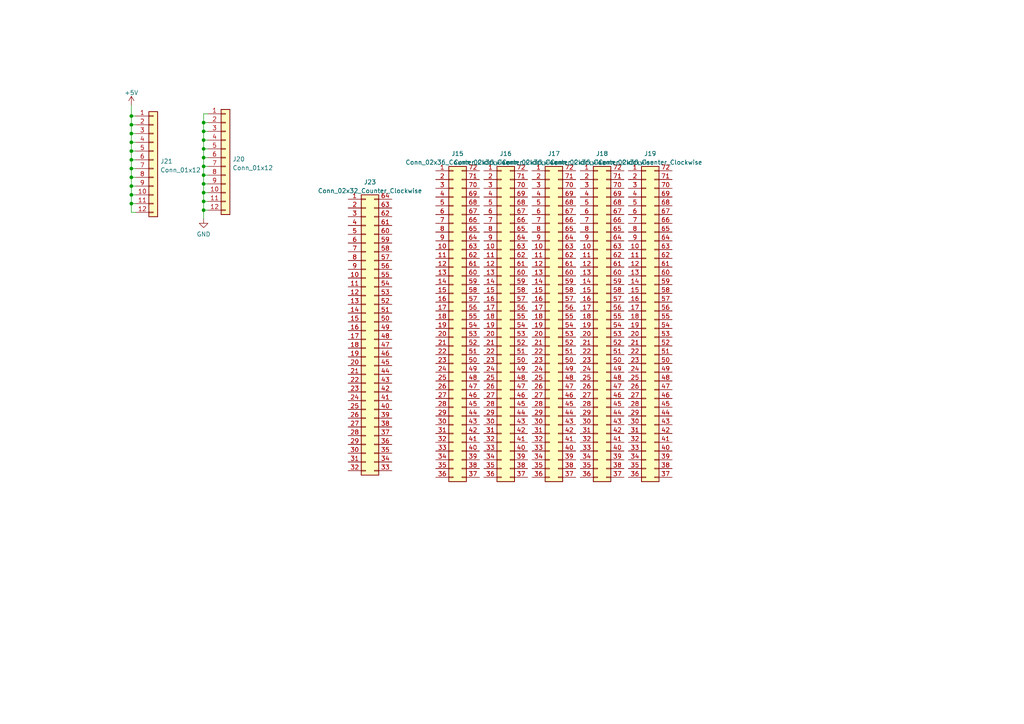
<source format=kicad_sch>
(kicad_sch (version 20230121) (generator eeschema)
  (paper "A4")
  (title_block (title "Unicomp v2 - empty Board") (date "2023-07-06") (rev "v1.1.") (company "100% Offner") (comment 1 "v1: Initial"))
  (lib_symbols
    (symbol "Connector_Generic:Conn_01x12" (pin_names (offset 1.016) hide)
      (property "Reference" "J" (at 0 15.24 0))
      (property "Value" "Conn_01x12" (at 0 -17.78 0))
      (symbol "Conn_01x12_1_1"
        (rectangle (start -1.27 -15.113) (end 0 -15.367) (stroke (width 0.1524)))
        (rectangle (start -1.27 -12.573) (end 0 -12.827) (stroke (width 0.1524)))
        (rectangle (start -1.27 -10.033) (end 0 -10.287) (stroke (width 0.1524)))
        (rectangle (start -1.27 -7.493) (end 0 -7.747) (stroke (width 0.1524)))
        (rectangle (start -1.27 -4.953) (end 0 -5.207) (stroke (width 0.1524)))
        (rectangle (start -1.27 -2.413) (end 0 -2.667) (stroke (width 0.1524)))
        (rectangle (start -1.27 0.127) (end 0 -0.127) (stroke (width 0.1524)))
        (rectangle (start -1.27 2.667) (end 0 2.413) (stroke (width 0.1524)))
        (rectangle (start -1.27 5.207) (end 0 4.953) (stroke (width 0.1524)))
        (rectangle (start -1.27 7.747) (end 0 7.493) (stroke (width 0.1524)))
        (rectangle (start -1.27 10.287) (end 0 10.033) (stroke (width 0.1524)))
        (rectangle (start -1.27 12.827) (end 0 12.573) (stroke (width 0.1524)))
        (rectangle (start -1.27 13.97) (end 1.27 -16.51) (stroke (width 0.254)) (fill (type background)))
        (pin passive line (at -5.08 12.7 0) (length 3.81) (name "Pin_1") (number "1"))
        (pin passive line (at -5.08 -10.16 0) (length 3.81) (name "Pin_10") (number "10"))
        (pin passive line (at -5.08 -12.7 0) (length 3.81) (name "Pin_11") (number "11"))
        (pin passive line (at -5.08 -15.24 0) (length 3.81) (name "Pin_12") (number "12"))
        (pin passive line (at -5.08 10.16 0) (length 3.81) (name "Pin_2") (number "2"))
        (pin passive line (at -5.08 7.62 0) (length 3.81) (name "Pin_3") (number "3"))
        (pin passive line (at -5.08 5.08 0) (length 3.81) (name "Pin_4") (number "4"))
        (pin passive line (at -5.08 2.54 0) (length 3.81) (name "Pin_5") (number "5"))
        (pin passive line (at -5.08 0 0) (length 3.81) (name "Pin_6") (number "6"))
        (pin passive line (at -5.08 -2.54 0) (length 3.81) (name "Pin_7") (number "7"))
        (pin passive line (at -5.08 -5.08 0) (length 3.81) (name "Pin_8") (number "8"))
        (pin passive line (at -5.08 -7.62 0) (length 3.81) (name "Pin_9") (number "9"))
      )
    )
    (symbol "Connector_Generic:Conn_02x32_Counter_Clockwise" (pin_names (offset 1.016) hide)
      (property "Reference" "J" (at 1.27 40.64 0))
      (property "Value" "Conn_02x32_Counter_Clockwise" (at 1.27 -43.18 0))
      (symbol "Conn_02x32_Counter_Clockwise_1_1"
        (rectangle (start -1.27 -40.513) (end 0 -40.767) (stroke (width 0.1524)))
        (rectangle (start -1.27 -37.973) (end 0 -38.227) (stroke (width 0.1524)))
        (rectangle (start -1.27 -35.433) (end 0 -35.687) (stroke (width 0.1524)))
        (rectangle (start -1.27 -32.893) (end 0 -33.147) (stroke (width 0.1524)))
        (rectangle (start -1.27 -30.353) (end 0 -30.607) (stroke (width 0.1524)))
        (rectangle (start -1.27 -27.813) (end 0 -28.067) (stroke (width 0.1524)))
        (rectangle (start -1.27 -25.273) (end 0 -25.527) (stroke (width 0.1524)))
        (rectangle (start -1.27 -22.733) (end 0 -22.987) (stroke (width 0.1524)))
        (rectangle (start -1.27 -20.193) (end 0 -20.447) (stroke (width 0.1524)))
        (rectangle (start -1.27 -17.653) (end 0 -17.907) (stroke (width 0.1524)))
        (rectangle (start -1.27 -15.113) (end 0 -15.367) (stroke (width 0.1524)))
        (rectangle (start -1.27 -12.573) (end 0 -12.827) (stroke (width 0.1524)))
        (rectangle (start -1.27 -10.033) (end 0 -10.287) (stroke (width 0.1524)))
        (rectangle (start -1.27 -7.493) (end 0 -7.747) (stroke (width 0.1524)))
        (rectangle (start -1.27 -4.953) (end 0 -5.207) (stroke (width 0.1524)))
        (rectangle (start -1.27 -2.413) (end 0 -2.667) (stroke (width 0.1524)))
        (rectangle (start -1.27 0.127) (end 0 -0.127) (stroke (width 0.1524)))
        (rectangle (start -1.27 2.667) (end 0 2.413) (stroke (width 0.1524)))
        (rectangle (start -1.27 5.207) (end 0 4.953) (stroke (width 0.1524)))
        (rectangle (start -1.27 7.747) (end 0 7.493) (stroke (width 0.1524)))
        (rectangle (start -1.27 10.287) (end 0 10.033) (stroke (width 0.1524)))
        (rectangle (start -1.27 12.827) (end 0 12.573) (stroke (width 0.1524)))
        (rectangle (start -1.27 15.367) (end 0 15.113) (stroke (width 0.1524)))
        (rectangle (start -1.27 17.907) (end 0 17.653) (stroke (width 0.1524)))
        (rectangle (start -1.27 20.447) (end 0 20.193) (stroke (width 0.1524)))
        (rectangle (start -1.27 22.987) (end 0 22.733) (stroke (width 0.1524)))
        (rectangle (start -1.27 25.527) (end 0 25.273) (stroke (width 0.1524)))
        (rectangle (start -1.27 28.067) (end 0 27.813) (stroke (width 0.1524)))
        (rectangle (start -1.27 30.607) (end 0 30.353) (stroke (width 0.1524)))
        (rectangle (start -1.27 33.147) (end 0 32.893) (stroke (width 0.1524)))
        (rectangle (start -1.27 35.687) (end 0 35.433) (stroke (width 0.1524)))
        (rectangle (start -1.27 38.227) (end 0 37.973) (stroke (width 0.1524)))
        (rectangle (start -1.27 39.37) (end 3.81 -41.91) (stroke (width 0.254)) (fill (type background)))
        (rectangle (start 3.81 -40.513) (end 2.54 -40.767) (stroke (width 0.1524)))
        (rectangle (start 3.81 -37.973) (end 2.54 -38.227) (stroke (width 0.1524)))
        (rectangle (start 3.81 -35.433) (end 2.54 -35.687) (stroke (width 0.1524)))
        (rectangle (start 3.81 -32.893) (end 2.54 -33.147) (stroke (width 0.1524)))
        (rectangle (start 3.81 -30.353) (end 2.54 -30.607) (stroke (width 0.1524)))
        (rectangle (start 3.81 -27.813) (end 2.54 -28.067) (stroke (width 0.1524)))
        (rectangle (start 3.81 -25.273) (end 2.54 -25.527) (stroke (width 0.1524)))
        (rectangle (start 3.81 -22.733) (end 2.54 -22.987) (stroke (width 0.1524)))
        (rectangle (start 3.81 -20.193) (end 2.54 -20.447) (stroke (width 0.1524)))
        (rectangle (start 3.81 -17.653) (end 2.54 -17.907) (stroke (width 0.1524)))
        (rectangle (start 3.81 -15.113) (end 2.54 -15.367) (stroke (width 0.1524)))
        (rectangle (start 3.81 -12.573) (end 2.54 -12.827) (stroke (width 0.1524)))
        (rectangle (start 3.81 -10.033) (end 2.54 -10.287) (stroke (width 0.1524)))
        (rectangle (start 3.81 -7.493) (end 2.54 -7.747) (stroke (width 0.1524)))
        (rectangle (start 3.81 -4.953) (end 2.54 -5.207) (stroke (width 0.1524)))
        (rectangle (start 3.81 -2.413) (end 2.54 -2.667) (stroke (width 0.1524)))
        (rectangle (start 3.81 0.127) (end 2.54 -0.127) (stroke (width 0.1524)))
        (rectangle (start 3.81 2.667) (end 2.54 2.413) (stroke (width 0.1524)))
        (rectangle (start 3.81 5.207) (end 2.54 4.953) (stroke (width 0.1524)))
        (rectangle (start 3.81 7.747) (end 2.54 7.493) (stroke (width 0.1524)))
        (rectangle (start 3.81 10.287) (end 2.54 10.033) (stroke (width 0.1524)))
        (rectangle (start 3.81 12.827) (end 2.54 12.573) (stroke (width 0.1524)))
        (rectangle (start 3.81 15.367) (end 2.54 15.113) (stroke (width 0.1524)))
        (rectangle (start 3.81 17.907) (end 2.54 17.653) (stroke (width 0.1524)))
        (rectangle (start 3.81 20.447) (end 2.54 20.193) (stroke (width 0.1524)))
        (rectangle (start 3.81 22.987) (end 2.54 22.733) (stroke (width 0.1524)))
        (rectangle (start 3.81 25.527) (end 2.54 25.273) (stroke (width 0.1524)))
        (rectangle (start 3.81 28.067) (end 2.54 27.813) (stroke (width 0.1524)))
        (rectangle (start 3.81 30.607) (end 2.54 30.353) (stroke (width 0.1524)))
        (rectangle (start 3.81 33.147) (end 2.54 32.893) (stroke (width 0.1524)))
        (rectangle (start 3.81 35.687) (end 2.54 35.433) (stroke (width 0.1524)))
        (rectangle (start 3.81 38.227) (end 2.54 37.973) (stroke (width 0.1524)))
        (pin passive line (at -5.08 38.1 0) (length 3.81) (name "Pin_1") (number "1"))
        (pin passive line (at -5.08 15.24 0) (length 3.81) (name "Pin_10") (number "10"))
        (pin passive line (at -5.08 12.7 0) (length 3.81) (name "Pin_11") (number "11"))
        (pin passive line (at -5.08 10.16 0) (length 3.81) (name "Pin_12") (number "12"))
        (pin passive line (at -5.08 7.62 0) (length 3.81) (name "Pin_13") (number "13"))
        (pin passive line (at -5.08 5.08 0) (length 3.81) (name "Pin_14") (number "14"))
        (pin passive line (at -5.08 2.54 0) (length 3.81) (name "Pin_15") (number "15"))
        (pin passive line (at -5.08 0 0) (length 3.81) (name "Pin_16") (number "16"))
        (pin passive line (at -5.08 -2.54 0) (length 3.81) (name "Pin_17") (number "17"))
        (pin passive line (at -5.08 -5.08 0) (length 3.81) (name "Pin_18") (number "18"))
        (pin passive line (at -5.08 -7.62 0) (length 3.81) (name "Pin_19") (number "19"))
        (pin passive line (at -5.08 35.56 0) (length 3.81) (name "Pin_2") (number "2"))
        (pin passive line (at -5.08 -10.16 0) (length 3.81) (name "Pin_20") (number "20"))
        (pin passive line (at -5.08 -12.7 0) (length 3.81) (name "Pin_21") (number "21"))
        (pin passive line (at -5.08 -15.24 0) (length 3.81) (name "Pin_22") (number "22"))
        (pin passive line (at -5.08 -17.78 0) (length 3.81) (name "Pin_23") (number "23"))
        (pin passive line (at -5.08 -20.32 0) (length 3.81) (name "Pin_24") (number "24"))
        (pin passive line (at -5.08 -22.86 0) (length 3.81) (name "Pin_25") (number "25"))
        (pin passive line (at -5.08 -25.4 0) (length 3.81) (name "Pin_26") (number "26"))
        (pin passive line (at -5.08 -27.94 0) (length 3.81) (name "Pin_27") (number "27"))
        (pin passive line (at -5.08 -30.48 0) (length 3.81) (name "Pin_28") (number "28"))
        (pin passive line (at -5.08 -33.02 0) (length 3.81) (name "Pin_29") (number "29"))
        (pin passive line (at -5.08 33.02 0) (length 3.81) (name "Pin_3") (number "3"))
        (pin passive line (at -5.08 -35.56 0) (length 3.81) (name "Pin_30") (number "30"))
        (pin passive line (at -5.08 -38.1 0) (length 3.81) (name "Pin_31") (number "31"))
        (pin passive line (at -5.08 -40.64 0) (length 3.81) (name "Pin_32") (number "32"))
        (pin passive line (at 7.62 -40.64 180) (length 3.81) (name "Pin_33") (number "33"))
        (pin passive line (at 7.62 -38.1 180) (length 3.81) (name "Pin_34") (number "34"))
        (pin passive line (at 7.62 -35.56 180) (length 3.81) (name "Pin_35") (number "35"))
        (pin passive line (at 7.62 -33.02 180) (length 3.81) (name "Pin_36") (number "36"))
        (pin passive line (at 7.62 -30.48 180) (length 3.81) (name "Pin_37") (number "37"))
        (pin passive line (at 7.62 -27.94 180) (length 3.81) (name "Pin_38") (number "38"))
        (pin passive line (at 7.62 -25.4 180) (length 3.81) (name "Pin_39") (number "39"))
        (pin passive line (at -5.08 30.48 0) (length 3.81) (name "Pin_4") (number "4"))
        (pin passive line (at 7.62 -22.86 180) (length 3.81) (name "Pin_40") (number "40"))
        (pin passive line (at 7.62 -20.32 180) (length 3.81) (name "Pin_41") (number "41"))
        (pin passive line (at 7.62 -17.78 180) (length 3.81) (name "Pin_42") (number "42"))
        (pin passive line (at 7.62 -15.24 180) (length 3.81) (name "Pin_43") (number "43"))
        (pin passive line (at 7.62 -12.7 180) (length 3.81) (name "Pin_44") (number "44"))
        (pin passive line (at 7.62 -10.16 180) (length 3.81) (name "Pin_45") (number "45"))
        (pin passive line (at 7.62 -7.62 180) (length 3.81) (name "Pin_46") (number "46"))
        (pin passive line (at 7.62 -5.08 180) (length 3.81) (name "Pin_47") (number "47"))
        (pin passive line (at 7.62 -2.54 180) (length 3.81) (name "Pin_48") (number "48"))
        (pin passive line (at 7.62 0 180) (length 3.81) (name "Pin_49") (number "49"))
        (pin passive line (at -5.08 27.94 0) (length 3.81) (name "Pin_5") (number "5"))
        (pin passive line (at 7.62 2.54 180) (length 3.81) (name "Pin_50") (number "50"))
        (pin passive line (at 7.62 5.08 180) (length 3.81) (name "Pin_51") (number "51"))
        (pin passive line (at 7.62 7.62 180) (length 3.81) (name "Pin_52") (number "52"))
        (pin passive line (at 7.62 10.16 180) (length 3.81) (name "Pin_53") (number "53"))
        (pin passive line (at 7.62 12.7 180) (length 3.81) (name "Pin_54") (number "54"))
        (pin passive line (at 7.62 15.24 180) (length 3.81) (name "Pin_55") (number "55"))
        (pin passive line (at 7.62 17.78 180) (length 3.81) (name "Pin_56") (number "56"))
        (pin passive line (at 7.62 20.32 180) (length 3.81) (name "Pin_57") (number "57"))
        (pin passive line (at 7.62 22.86 180) (length 3.81) (name "Pin_58") (number "58"))
        (pin passive line (at 7.62 25.4 180) (length 3.81) (name "Pin_59") (number "59"))
        (pin passive line (at -5.08 25.4 0) (length 3.81) (name "Pin_6") (number "6"))
        (pin passive line (at 7.62 27.94 180) (length 3.81) (name "Pin_60") (number "60"))
        (pin passive line (at 7.62 30.48 180) (length 3.81) (name "Pin_61") (number "61"))
        (pin passive line (at 7.62 33.02 180) (length 3.81) (name "Pin_62") (number "62"))
        (pin passive line (at 7.62 35.56 180) (length 3.81) (name "Pin_63") (number "63"))
        (pin passive line (at 7.62 38.1 180) (length 3.81) (name "Pin_64") (number "64"))
        (pin passive line (at -5.08 22.86 0) (length 3.81) (name "Pin_7") (number "7"))
        (pin passive line (at -5.08 20.32 0) (length 3.81) (name "Pin_8") (number "8"))
        (pin passive line (at -5.08 17.78 0) (length 3.81) (name "Pin_9") (number "9"))
      )
    )
    (symbol "Connector_Generic:Conn_02x36_Counter_Clockwise" (pin_names (offset 1.016) hide)
      (property "Reference" "J" (at 1.27 45.72 0))
      (property "Value" "Conn_02x36_Counter_Clockwise" (at 1.27 -48.26 0))
      (symbol "Conn_02x36_Counter_Clockwise_1_1"
        (rectangle (start -1.27 -45.593) (end 0 -45.847) (stroke (width 0.1524)))
        (rectangle (start -1.27 -43.053) (end 0 -43.307) (stroke (width 0.1524)))
        (rectangle (start -1.27 -40.513) (end 0 -40.767) (stroke (width 0.1524)))
        (rectangle (start -1.27 -37.973) (end 0 -38.227) (stroke (width 0.1524)))
        (rectangle (start -1.27 -35.433) (end 0 -35.687) (stroke (width 0.1524)))
        (rectangle (start -1.27 -32.893) (end 0 -33.147) (stroke (width 0.1524)))
        (rectangle (start -1.27 -30.353) (end 0 -30.607) (stroke (width 0.1524)))
        (rectangle (start -1.27 -27.813) (end 0 -28.067) (stroke (width 0.1524)))
        (rectangle (start -1.27 -25.273) (end 0 -25.527) (stroke (width 0.1524)))
        (rectangle (start -1.27 -22.733) (end 0 -22.987) (stroke (width 0.1524)))
        (rectangle (start -1.27 -20.193) (end 0 -20.447) (stroke (width 0.1524)))
        (rectangle (start -1.27 -17.653) (end 0 -17.907) (stroke (width 0.1524)))
        (rectangle (start -1.27 -15.113) (end 0 -15.367) (stroke (width 0.1524)))
        (rectangle (start -1.27 -12.573) (end 0 -12.827) (stroke (width 0.1524)))
        (rectangle (start -1.27 -10.033) (end 0 -10.287) (stroke (width 0.1524)))
        (rectangle (start -1.27 -7.493) (end 0 -7.747) (stroke (width 0.1524)))
        (rectangle (start -1.27 -4.953) (end 0 -5.207) (stroke (width 0.1524)))
        (rectangle (start -1.27 -2.413) (end 0 -2.667) (stroke (width 0.1524)))
        (rectangle (start -1.27 0.127) (end 0 -0.127) (stroke (width 0.1524)))
        (rectangle (start -1.27 2.667) (end 0 2.413) (stroke (width 0.1524)))
        (rectangle (start -1.27 5.207) (end 0 4.953) (stroke (width 0.1524)))
        (rectangle (start -1.27 7.747) (end 0 7.493) (stroke (width 0.1524)))
        (rectangle (start -1.27 10.287) (end 0 10.033) (stroke (width 0.1524)))
        (rectangle (start -1.27 12.827) (end 0 12.573) (stroke (width 0.1524)))
        (rectangle (start -1.27 15.367) (end 0 15.113) (stroke (width 0.1524)))
        (rectangle (start -1.27 17.907) (end 0 17.653) (stroke (width 0.1524)))
        (rectangle (start -1.27 20.447) (end 0 20.193) (stroke (width 0.1524)))
        (rectangle (start -1.27 22.987) (end 0 22.733) (stroke (width 0.1524)))
        (rectangle (start -1.27 25.527) (end 0 25.273) (stroke (width 0.1524)))
        (rectangle (start -1.27 28.067) (end 0 27.813) (stroke (width 0.1524)))
        (rectangle (start -1.27 30.607) (end 0 30.353) (stroke (width 0.1524)))
        (rectangle (start -1.27 33.147) (end 0 32.893) (stroke (width 0.1524)))
        (rectangle (start -1.27 35.687) (end 0 35.433) (stroke (width 0.1524)))
        (rectangle (start -1.27 38.227) (end 0 37.973) (stroke (width 0.1524)))
        (rectangle (start -1.27 40.767) (end 0 40.513) (stroke (width 0.1524)))
        (rectangle (start -1.27 43.307) (end 0 43.053) (stroke (width 0.1524)))
        (rectangle (start -1.27 44.45) (end 3.81 -46.99) (stroke (width 0.254)) (fill (type background)))
        (rectangle (start 3.81 -45.593) (end 2.54 -45.847) (stroke (width 0.1524)))
        (rectangle (start 3.81 -43.053) (end 2.54 -43.307) (stroke (width 0.1524)))
        (rectangle (start 3.81 -40.513) (end 2.54 -40.767) (stroke (width 0.1524)))
        (rectangle (start 3.81 -37.973) (end 2.54 -38.227) (stroke (width 0.1524)))
        (rectangle (start 3.81 -35.433) (end 2.54 -35.687) (stroke (width 0.1524)))
        (rectangle (start 3.81 -32.893) (end 2.54 -33.147) (stroke (width 0.1524)))
        (rectangle (start 3.81 -30.353) (end 2.54 -30.607) (stroke (width 0.1524)))
        (rectangle (start 3.81 -27.813) (end 2.54 -28.067) (stroke (width 0.1524)))
        (rectangle (start 3.81 -25.273) (end 2.54 -25.527) (stroke (width 0.1524)))
        (rectangle (start 3.81 -22.733) (end 2.54 -22.987) (stroke (width 0.1524)))
        (rectangle (start 3.81 -20.193) (end 2.54 -20.447) (stroke (width 0.1524)))
        (rectangle (start 3.81 -17.653) (end 2.54 -17.907) (stroke (width 0.1524)))
        (rectangle (start 3.81 -15.113) (end 2.54 -15.367) (stroke (width 0.1524)))
        (rectangle (start 3.81 -12.573) (end 2.54 -12.827) (stroke (width 0.1524)))
        (rectangle (start 3.81 -10.033) (end 2.54 -10.287) (stroke (width 0.1524)))
        (rectangle (start 3.81 -7.493) (end 2.54 -7.747) (stroke (width 0.1524)))
        (rectangle (start 3.81 -4.953) (end 2.54 -5.207) (stroke (width 0.1524)))
        (rectangle (start 3.81 -2.413) (end 2.54 -2.667) (stroke (width 0.1524)))
        (rectangle (start 3.81 0.127) (end 2.54 -0.127) (stroke (width 0.1524)))
        (rectangle (start 3.81 2.667) (end 2.54 2.413) (stroke (width 0.1524)))
        (rectangle (start 3.81 5.207) (end 2.54 4.953) (stroke (width 0.1524)))
        (rectangle (start 3.81 7.747) (end 2.54 7.493) (stroke (width 0.1524)))
        (rectangle (start 3.81 10.287) (end 2.54 10.033) (stroke (width 0.1524)))
        (rectangle (start 3.81 12.827) (end 2.54 12.573) (stroke (width 0.1524)))
        (rectangle (start 3.81 15.367) (end 2.54 15.113) (stroke (width 0.1524)))
        (rectangle (start 3.81 17.907) (end 2.54 17.653) (stroke (width 0.1524)))
        (rectangle (start 3.81 20.447) (end 2.54 20.193) (stroke (width 0.1524)))
        (rectangle (start 3.81 22.987) (end 2.54 22.733) (stroke (width 0.1524)))
        (rectangle (start 3.81 25.527) (end 2.54 25.273) (stroke (width 0.1524)))
        (rectangle (start 3.81 28.067) (end 2.54 27.813) (stroke (width 0.1524)))
        (rectangle (start 3.81 30.607) (end 2.54 30.353) (stroke (width 0.1524)))
        (rectangle (start 3.81 33.147) (end 2.54 32.893) (stroke (width 0.1524)))
        (rectangle (start 3.81 35.687) (end 2.54 35.433) (stroke (width 0.1524)))
        (rectangle (start 3.81 38.227) (end 2.54 37.973) (stroke (width 0.1524)))
        (rectangle (start 3.81 40.767) (end 2.54 40.513) (stroke (width 0.1524)))
        (rectangle (start 3.81 43.307) (end 2.54 43.053) (stroke (width 0.1524)))
        (pin passive line (at -5.08 43.18 0) (length 3.81) (name "Pin_1") (number "1"))
        (pin passive line (at -5.08 20.32 0) (length 3.81) (name "Pin_10") (number "10"))
        (pin passive line (at -5.08 17.78 0) (length 3.81) (name "Pin_11") (number "11"))
        (pin passive line (at -5.08 15.24 0) (length 3.81) (name "Pin_12") (number "12"))
        (pin passive line (at -5.08 12.7 0) (length 3.81) (name "Pin_13") (number "13"))
        (pin passive line (at -5.08 10.16 0) (length 3.81) (name "Pin_14") (number "14"))
        (pin passive line (at -5.08 7.62 0) (length 3.81) (name "Pin_15") (number "15"))
        (pin passive line (at -5.08 5.08 0) (length 3.81) (name "Pin_16") (number "16"))
        (pin passive line (at -5.08 2.54 0) (length 3.81) (name "Pin_17") (number "17"))
        (pin passive line (at -5.08 0 0) (length 3.81) (name "Pin_18") (number "18"))
        (pin passive line (at -5.08 -2.54 0) (length 3.81) (name "Pin_19") (number "19"))
        (pin passive line (at -5.08 40.64 0) (length 3.81) (name "Pin_2") (number "2"))
        (pin passive line (at -5.08 -5.08 0) (length 3.81) (name "Pin_20") (number "20"))
        (pin passive line (at -5.08 -7.62 0) (length 3.81) (name "Pin_21") (number "21"))
        (pin passive line (at -5.08 -10.16 0) (length 3.81) (name "Pin_22") (number "22"))
        (pin passive line (at -5.08 -12.7 0) (length 3.81) (name "Pin_23") (number "23"))
        (pin passive line (at -5.08 -15.24 0) (length 3.81) (name "Pin_24") (number "24"))
        (pin passive line (at -5.08 -17.78 0) (length 3.81) (name "Pin_25") (number "25"))
        (pin passive line (at -5.08 -20.32 0) (length 3.81) (name "Pin_26") (number "26"))
        (pin passive line (at -5.08 -22.86 0) (length 3.81) (name "Pin_27") (number "27"))
        (pin passive line (at -5.08 -25.4 0) (length 3.81) (name "Pin_28") (number "28"))
        (pin passive line (at -5.08 -27.94 0) (length 3.81) (name "Pin_29") (number "29"))
        (pin passive line (at -5.08 38.1 0) (length 3.81) (name "Pin_3") (number "3"))
        (pin passive line (at -5.08 -30.48 0) (length 3.81) (name "Pin_30") (number "30"))
        (pin passive line (at -5.08 -33.02 0) (length 3.81) (name "Pin_31") (number "31"))
        (pin passive line (at -5.08 -35.56 0) (length 3.81) (name "Pin_32") (number "32"))
        (pin passive line (at -5.08 -38.1 0) (length 3.81) (name "Pin_33") (number "33"))
        (pin passive line (at -5.08 -40.64 0) (length 3.81) (name "Pin_34") (number "34"))
        (pin passive line (at -5.08 -43.18 0) (length 3.81) (name "Pin_35") (number "35"))
        (pin passive line (at -5.08 -45.72 0) (length 3.81) (name "Pin_36") (number "36"))
        (pin passive line (at 7.62 -45.72 180) (length 3.81) (name "Pin_37") (number "37"))
        (pin passive line (at 7.62 -43.18 180) (length 3.81) (name "Pin_38") (number "38"))
        (pin passive line (at 7.62 -40.64 180) (length 3.81) (name "Pin_39") (number "39"))
        (pin passive line (at -5.08 35.56 0) (length 3.81) (name "Pin_4") (number "4"))
        (pin passive line (at 7.62 -38.1 180) (length 3.81) (name "Pin_40") (number "40"))
        (pin passive line (at 7.62 -35.56 180) (length 3.81) (name "Pin_41") (number "41"))
        (pin passive line (at 7.62 -33.02 180) (length 3.81) (name "Pin_42") (number "42"))
        (pin passive line (at 7.62 -30.48 180) (length 3.81) (name "Pin_43") (number "43"))
        (pin passive line (at 7.62 -27.94 180) (length 3.81) (name "Pin_44") (number "44"))
        (pin passive line (at 7.62 -25.4 180) (length 3.81) (name "Pin_45") (number "45"))
        (pin passive line (at 7.62 -22.86 180) (length 3.81) (name "Pin_46") (number "46"))
        (pin passive line (at 7.62 -20.32 180) (length 3.81) (name "Pin_47") (number "47"))
        (pin passive line (at 7.62 -17.78 180) (length 3.81) (name "Pin_48") (number "48"))
        (pin passive line (at 7.62 -15.24 180) (length 3.81) (name "Pin_49") (number "49"))
        (pin passive line (at -5.08 33.02 0) (length 3.81) (name "Pin_5") (number "5"))
        (pin passive line (at 7.62 -12.7 180) (length 3.81) (name "Pin_50") (number "50"))
        (pin passive line (at 7.62 -10.16 180) (length 3.81) (name "Pin_51") (number "51"))
        (pin passive line (at 7.62 -7.62 180) (length 3.81) (name "Pin_52") (number "52"))
        (pin passive line (at 7.62 -5.08 180) (length 3.81) (name "Pin_53") (number "53"))
        (pin passive line (at 7.62 -2.54 180) (length 3.81) (name "Pin_54") (number "54"))
        (pin passive line (at 7.62 0 180) (length 3.81) (name "Pin_55") (number "55"))
        (pin passive line (at 7.62 2.54 180) (length 3.81) (name "Pin_56") (number "56"))
        (pin passive line (at 7.62 5.08 180) (length 3.81) (name "Pin_57") (number "57"))
        (pin passive line (at 7.62 7.62 180) (length 3.81) (name "Pin_58") (number "58"))
        (pin passive line (at 7.62 10.16 180) (length 3.81) (name "Pin_59") (number "59"))
        (pin passive line (at -5.08 30.48 0) (length 3.81) (name "Pin_6") (number "6"))
        (pin passive line (at 7.62 12.7 180) (length 3.81) (name "Pin_60") (number "60"))
        (pin passive line (at 7.62 15.24 180) (length 3.81) (name "Pin_61") (number "61"))
        (pin passive line (at 7.62 17.78 180) (length 3.81) (name "Pin_62") (number "62"))
        (pin passive line (at 7.62 20.32 180) (length 3.81) (name "Pin_63") (number "63"))
        (pin passive line (at 7.62 22.86 180) (length 3.81) (name "Pin_64") (number "64"))
        (pin passive line (at 7.62 25.4 180) (length 3.81) (name "Pin_65") (number "65"))
        (pin passive line (at 7.62 27.94 180) (length 3.81) (name "Pin_66") (number "66"))
        (pin passive line (at 7.62 30.48 180) (length 3.81) (name "Pin_67") (number "67"))
        (pin passive line (at 7.62 33.02 180) (length 3.81) (name "Pin_68") (number "68"))
        (pin passive line (at 7.62 35.56 180) (length 3.81) (name "Pin_69") (number "69"))
        (pin passive line (at -5.08 27.94 0) (length 3.81) (name "Pin_7") (number "7"))
        (pin passive line (at 7.62 38.1 180) (length 3.81) (name "Pin_70") (number "70"))
        (pin passive line (at 7.62 40.64 180) (length 3.81) (name "Pin_71") (number "71"))
        (pin passive line (at 7.62 43.18 180) (length 3.81) (name "Pin_72") (number "72"))
        (pin passive line (at -5.08 25.4 0) (length 3.81) (name "Pin_8") (number "8"))
        (pin passive line (at -5.08 22.86 0) (length 3.81) (name "Pin_9") (number "9"))
      )
    )
    (symbol "power:+5V" (power) (pin_names (offset 0))
      (property "Value" "+5V" (at 0 3.556 0))
      (symbol "+5V_0_1"
        (polyline (pts (xy -0.762 1.27) (xy 0 2.54)))
        (polyline (pts (xy 0 0) (xy 0 2.54)))
        (polyline (pts (xy 0 2.54) (xy 0.762 1.27)))
      )
      (symbol "+5V_1_1"
        (pin power_in line (at 0 0 90) (length 0) hide (name "+5V") (number "1"))
      )
    )
    (symbol "power:GND" (power) (pin_names (offset 0))
      (property "Value" "GND" (at 0 -3.81 0))
      (symbol "GND_0_1"
        (polyline (pts (xy 0 0) (xy 0 -1.27) (xy 1.27 -1.27) (xy 0 -2.54) (xy -1.27 -1.27) (xy 0 -1.27)))
      )
      (symbol "GND_1_1"
        (pin power_in line (at 0 0 270) (length 0) hide (name "GND") (number "1"))
      )
    )
  )
  (junction (at 59.055 40.64))
  (junction (at 38.1 59.055))
  (junction (at 59.055 58.42))
  (junction (at 38.1 53.975))
  (junction (at 59.055 60.96))
  (junction (at 38.1 48.895))
  (junction (at 38.1 51.435))
  (junction (at 59.055 45.72))
  (junction (at 59.055 38.1))
  (junction (at 38.1 56.515))
  (junction (at 38.1 33.655))
  (junction (at 59.055 48.26))
  (junction (at 38.1 36.195))
  (junction (at 38.1 41.275))
  (junction (at 59.055 50.8))
  (junction (at 38.1 46.355))
  (junction (at 38.1 38.735))
  (junction (at 59.055 53.34))
  (junction (at 59.055 55.88))
  (junction (at 59.055 43.18))
  (junction (at 38.1 43.815))
  (junction (at 59.055 35.56))
  (wire (pts (xy 59.055 35.56) (xy 60.325 35.56)))
  (wire (pts (xy 59.055 48.26) (xy 59.055 50.8)))
  (wire (pts (xy 38.1 38.735) (xy 38.1 41.275)))
  (wire (pts (xy 38.1 43.815) (xy 38.1 46.355)))
  (wire (pts (xy 39.37 33.655) (xy 38.1 33.655)))
  (wire (pts (xy 38.1 48.895) (xy 39.37 48.895)))
  (wire (pts (xy 38.1 61.595) (xy 39.37 61.595)))
  (wire (pts (xy 38.1 56.515) (xy 38.1 59.055)))
  (wire (pts (xy 38.1 46.355) (xy 39.37 46.355)))
  (wire (pts (xy 38.1 51.435) (xy 39.37 51.435)))
  (wire (pts (xy 59.055 60.96) (xy 60.325 60.96)))
  (wire (pts (xy 59.055 53.34) (xy 60.325 53.34)))
  (wire (pts (xy 38.1 33.655) (xy 38.1 36.195)))
  (wire (pts (xy 38.1 43.815) (xy 39.37 43.815)))
  (wire (pts (xy 59.055 40.64) (xy 59.055 43.18)))
  (wire (pts (xy 38.1 59.055) (xy 39.37 59.055)))
  (wire (pts (xy 59.055 50.8) (xy 59.055 53.34)))
  (wire (pts (xy 38.1 51.435) (xy 38.1 53.975)))
  (wire (pts (xy 59.055 50.8) (xy 60.325 50.8)))
  (wire (pts (xy 38.1 59.055) (xy 38.1 61.595)))
  (wire (pts (xy 38.1 48.895) (xy 38.1 51.435)))
  (wire (pts (xy 59.055 58.42) (xy 60.325 58.42)))
  (wire (pts (xy 38.1 41.275) (xy 39.37 41.275)))
  (wire (pts (xy 59.055 58.42) (xy 59.055 60.96)))
  (wire (pts (xy 38.1 36.195) (xy 38.1 38.735)))
  (wire (pts (xy 59.055 38.1) (xy 59.055 40.64)))
  (wire (pts (xy 59.055 48.26) (xy 60.325 48.26)))
  (wire (pts (xy 59.055 45.72) (xy 59.055 48.26)))
  (wire (pts (xy 38.1 41.275) (xy 38.1 43.815)))
  (wire (pts (xy 59.055 43.18) (xy 59.055 45.72)))
  (wire (pts (xy 59.055 53.34) (xy 59.055 55.88)))
  (wire (pts (xy 59.055 60.96) (xy 59.055 63.5)))
  (wire (pts (xy 59.055 43.18) (xy 60.325 43.18)))
  (wire (pts (xy 59.055 55.88) (xy 59.055 58.42)))
  (wire (pts (xy 38.1 30.48) (xy 38.1 33.655)))
  (wire (pts (xy 38.1 36.195) (xy 39.37 36.195)))
  (wire (pts (xy 59.055 45.72) (xy 60.325 45.72)))
  (wire (pts (xy 59.055 55.88) (xy 60.325 55.88)))
  (wire (pts (xy 38.1 38.735) (xy 39.37 38.735)))
  (wire (pts (xy 38.1 53.975) (xy 39.37 53.975)))
  (wire (pts (xy 38.1 46.355) (xy 38.1 48.895)))
  (wire (pts (xy 59.055 38.1) (xy 60.325 38.1)))
  (wire (pts (xy 59.055 33.02) (xy 59.055 35.56)))
  (wire (pts (xy 59.055 35.56) (xy 59.055 38.1)))
  (wire (pts (xy 59.055 40.64) (xy 60.325 40.64)))
  (wire (pts (xy 38.1 53.975) (xy 38.1 56.515)))
  (wire (pts (xy 38.1 56.515) (xy 39.37 56.515)))
  (wire (pts (xy 60.325 33.02) (xy 59.055 33.02)))
  (symbol (lib_id "Connector_Generic:Conn_01x12") (at 44.45 46.355 0) (unit 1)
    (property "Reference" "J21" (at 46.482 46.7903 0) (effects (justify left)))
    (property "Value" "Conn_01x12" (at 46.482 49.3272 0) (effects (justify left)))
    (property "Footprint" "Connector_PinHeader_2.54mm:PinHeader_1x12_P2.54mm_Vertical" (effects hide))
  )
  (symbol (lib_id "Connector_Generic:Conn_02x36_Counter_Clockwise") (at 173.355 92.71 0) (unit 1)
    (property "Reference" "J18" (at 174.625 44.5602 0))
    (property "Value" "Conn_02x36_Counter_Clockwise" (at 174.625 47.0971 0))
    (property "Footprint" "my_own_conn:Proto_2x36" (effects hide))
  )
  (symbol (lib_id "Connector_Generic:Conn_02x36_Counter_Clockwise") (at 145.415 92.71 0) (unit 1)
    (property "Reference" "J16" (at 146.685 44.5602 0))
    (property "Value" "Conn_02x36_Counter_Clockwise" (at 146.685 47.0971 0))
    (property "Footprint" "my_own_conn:Proto_2x36" (effects hide))
  )
  (symbol (lib_id "Connector_Generic:Conn_02x36_Counter_Clockwise") (at 159.385 92.71 0) (unit 1)
    (property "Reference" "J17" (at 160.655 44.5602 0))
    (property "Value" "Conn_02x36_Counter_Clockwise" (at 160.655 47.0971 0))
    (property "Footprint" "my_own_conn:Proto_2x36" (effects hide))
  )
  (symbol (lib_id "Connector_Generic:Conn_02x36_Counter_Clockwise") (at 131.445 92.71 0) (unit 1)
    (property "Reference" "J15" (at 132.715 44.5602 0))
    (property "Value" "Conn_02x36_Counter_Clockwise" (at 132.715 47.0971 0))
    (property "Footprint" "my_own_conn:Proto_2x36" (effects hide))
  )
  (symbol (lib_id "Connector_Generic:Conn_02x36_Counter_Clockwise") (at 187.325 92.71 0) (unit 1)
    (property "Reference" "J19" (at 188.595 44.5602 0))
    (property "Value" "Conn_02x36_Counter_Clockwise" (at 188.595 47.0971 0))
    (property "Footprint" "my_own_conn:Proto_2x36" (effects hide))
  )
  (symbol (lib_id "power:GND") (at 59.055 63.5 0) (mirror y) (unit 1)
    (property "Reference" "#PWR040" (effects hide))
    (property "Value" "GND" (at 59.055 67.9434 0))
  )
  (symbol (lib_id "Connector_Generic:Conn_02x32_Counter_Clockwise") (at 106.045 95.885 0) (unit 1)
    (property "Reference" "J23" (at 107.315 52.8152 0))
    (property "Value" "Conn_02x32_Counter_Clockwise" (at 107.315 55.3521 0))
    (property "Footprint" "my_own_conn:Proto_2x32" (effects hide))
  )
  (symbol (lib_id "power:+5V") (at 38.1 30.48 0) (unit 1)
    (property "Reference" "#PWR039" (effects hide))
    (property "Value" "+5V" (at 38.1 26.9042 0))
  )
  (symbol (lib_id "Connector_Generic:Conn_01x12") (at 65.405 45.72 0) (unit 1)
    (property "Reference" "J20" (at 67.437 46.1553 0) (effects (justify left)))
    (property "Value" "Conn_01x12" (at 67.437 48.6922 0) (effects (justify left)))
    (property "Footprint" "Connector_PinHeader_2.54mm:PinHeader_1x12_P2.54mm_Vertical" (effects hide))
  )
)
</source>
